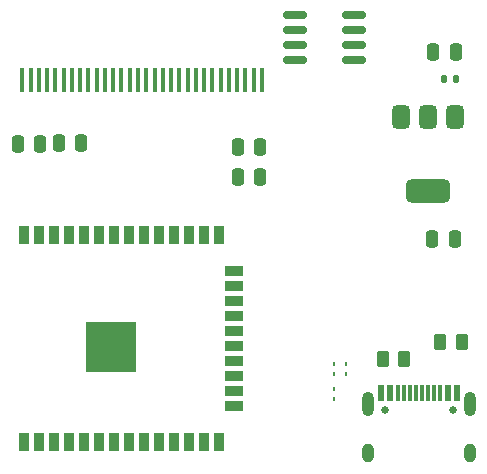
<source format=gbr>
%TF.GenerationSoftware,KiCad,Pcbnew,9.0.2*%
%TF.CreationDate,2025-07-27T17:27:23+05:30*%
%TF.ProjectId,smart_usb,736d6172-745f-4757-9362-2e6b69636164,rev?*%
%TF.SameCoordinates,Original*%
%TF.FileFunction,Soldermask,Top*%
%TF.FilePolarity,Negative*%
%FSLAX46Y46*%
G04 Gerber Fmt 4.6, Leading zero omitted, Abs format (unit mm)*
G04 Created by KiCad (PCBNEW 9.0.2) date 2025-07-27 17:27:23*
%MOMM*%
%LPD*%
G01*
G04 APERTURE LIST*
G04 Aperture macros list*
%AMRoundRect*
0 Rectangle with rounded corners*
0 $1 Rounding radius*
0 $2 $3 $4 $5 $6 $7 $8 $9 X,Y pos of 4 corners*
0 Add a 4 corners polygon primitive as box body*
4,1,4,$2,$3,$4,$5,$6,$7,$8,$9,$2,$3,0*
0 Add four circle primitives for the rounded corners*
1,1,$1+$1,$2,$3*
1,1,$1+$1,$4,$5*
1,1,$1+$1,$6,$7*
1,1,$1+$1,$8,$9*
0 Add four rect primitives between the rounded corners*
20,1,$1+$1,$2,$3,$4,$5,0*
20,1,$1+$1,$4,$5,$6,$7,0*
20,1,$1+$1,$6,$7,$8,$9,0*
20,1,$1+$1,$8,$9,$2,$3,0*%
G04 Aperture macros list end*
%ADD10RoundRect,0.375000X-0.375000X0.625000X-0.375000X-0.625000X0.375000X-0.625000X0.375000X0.625000X0*%
%ADD11RoundRect,0.500000X-1.400000X0.500000X-1.400000X-0.500000X1.400000X-0.500000X1.400000X0.500000X0*%
%ADD12RoundRect,0.250000X-0.250000X-0.475000X0.250000X-0.475000X0.250000X0.475000X-0.250000X0.475000X0*%
%ADD13RoundRect,0.250000X-0.262500X-0.450000X0.262500X-0.450000X0.262500X0.450000X-0.262500X0.450000X0*%
%ADD14C,0.650000*%
%ADD15R,0.600000X1.450000*%
%ADD16R,0.300000X1.450000*%
%ADD17O,1.000000X2.100000*%
%ADD18O,1.000000X1.600000*%
%ADD19RoundRect,0.147500X0.147500X0.172500X-0.147500X0.172500X-0.147500X-0.172500X0.147500X-0.172500X0*%
%ADD20R,0.400000X2.000000*%
%ADD21RoundRect,0.062500X0.062500X-0.117500X0.062500X0.117500X-0.062500X0.117500X-0.062500X-0.117500X0*%
%ADD22RoundRect,0.150000X0.825000X0.150000X-0.825000X0.150000X-0.825000X-0.150000X0.825000X-0.150000X0*%
%ADD23R,0.900000X1.500000*%
%ADD24R,1.500000X0.900000*%
%ADD25C,0.600000*%
%ADD26R,4.200000X4.200000*%
%ADD27RoundRect,0.062500X-0.062500X0.117500X-0.062500X-0.117500X0.062500X-0.117500X0.062500X0.117500X0*%
%ADD28RoundRect,0.250000X0.262500X0.450000X-0.262500X0.450000X-0.262500X-0.450000X0.262500X-0.450000X0*%
G04 APERTURE END LIST*
D10*
%TO.C,U2*%
X221250000Y-61100000D03*
X218950000Y-61100000D03*
D11*
X218950000Y-67400000D03*
D10*
X216650000Y-61100000D03*
%TD*%
D12*
%TO.C,C2*%
X219300000Y-71450000D03*
X221200000Y-71450000D03*
%TD*%
D13*
%TO.C,R2*%
X219987500Y-80200000D03*
X221812500Y-80200000D03*
%TD*%
D14*
%TO.C,J1*%
X215310000Y-85950000D03*
X221090000Y-85950000D03*
D15*
X214950000Y-84505000D03*
X215750000Y-84505000D03*
D16*
X216950000Y-84505000D03*
X217950000Y-84505000D03*
X218450000Y-84505000D03*
X219450000Y-84505000D03*
D15*
X220650000Y-84505000D03*
X221450000Y-84505000D03*
X221450000Y-84505000D03*
X220650000Y-84505000D03*
D16*
X219950000Y-84505000D03*
X218950000Y-84505000D03*
X217450000Y-84505000D03*
X216450000Y-84505000D03*
D15*
X215750000Y-84505000D03*
X214950000Y-84505000D03*
D17*
X213880000Y-85420000D03*
D18*
X213880000Y-89600000D03*
D17*
X222520000Y-85420000D03*
D18*
X222520000Y-89600000D03*
%TD*%
D19*
%TO.C,D1*%
X221285000Y-57900000D03*
X220315000Y-57900000D03*
%TD*%
D12*
%TO.C,C5*%
X202850000Y-63700000D03*
X204750000Y-63700000D03*
%TD*%
D20*
%TO.C,DS1*%
X184600000Y-57995000D03*
X185300000Y-57995000D03*
X186000000Y-57995000D03*
X186700000Y-57995000D03*
X187400000Y-57995000D03*
X188100000Y-57995000D03*
X188800000Y-57995000D03*
X189500000Y-57995000D03*
X190200000Y-57995000D03*
X190900000Y-57995000D03*
X191600000Y-57995000D03*
X192300000Y-57995000D03*
X193000000Y-57995000D03*
X193700000Y-57995000D03*
X194400000Y-57995000D03*
X195100000Y-57995000D03*
X195800000Y-57995000D03*
X196500000Y-57995000D03*
X197200000Y-57995000D03*
X197900000Y-57995000D03*
X198600000Y-57995000D03*
X199300000Y-57995000D03*
X200000000Y-57995000D03*
X200700000Y-57995000D03*
X201400000Y-57995000D03*
X202100000Y-57995000D03*
X202800000Y-57995000D03*
X203500000Y-57995000D03*
X204200000Y-57995000D03*
X204900000Y-57995000D03*
%TD*%
D21*
%TO.C,D4*%
X211000000Y-84152500D03*
X211000000Y-84992500D03*
%TD*%
D22*
%TO.C,U1*%
X212675000Y-56305000D03*
X212675000Y-55035000D03*
X212675000Y-53765000D03*
X212675000Y-52495000D03*
X207725000Y-52495000D03*
X207725000Y-53765000D03*
X207725000Y-55035000D03*
X207725000Y-56305000D03*
%TD*%
D23*
%TO.C,U3*%
X184735000Y-88645000D03*
X186005000Y-88645000D03*
X187275000Y-88645000D03*
X188545000Y-88645000D03*
X189815000Y-88645000D03*
X191085000Y-88645000D03*
X192355000Y-88645000D03*
X193625000Y-88645000D03*
X194895000Y-88645000D03*
X196165000Y-88645000D03*
X197435000Y-88645000D03*
X198705000Y-88645000D03*
X199975000Y-88645000D03*
X201245000Y-88645000D03*
D24*
X202495000Y-85605000D03*
X202495000Y-84335000D03*
X202495000Y-83065000D03*
X202495000Y-81795000D03*
X202495000Y-80525000D03*
X202495000Y-79255000D03*
X202495000Y-77985000D03*
X202495000Y-76715000D03*
X202495000Y-75445000D03*
X202495000Y-74175000D03*
D23*
X201245000Y-71145000D03*
X199975000Y-71145000D03*
X198705000Y-71145000D03*
X197435000Y-71145000D03*
X196165000Y-71145000D03*
X194895000Y-71145000D03*
X193625000Y-71145000D03*
X192355000Y-71145000D03*
X191085000Y-71145000D03*
X189815000Y-71145000D03*
X188545000Y-71145000D03*
X187275000Y-71145000D03*
X186005000Y-71145000D03*
X184735000Y-71145000D03*
D25*
X191312500Y-82100000D03*
X192837500Y-82100000D03*
X190550000Y-81337500D03*
X192075000Y-81337500D03*
X193600000Y-81337500D03*
X191312500Y-80575000D03*
D26*
X192075000Y-80575000D03*
D25*
X192837500Y-80575000D03*
X190550000Y-79812500D03*
X192075000Y-79812500D03*
X193600000Y-79812500D03*
X191312500Y-79050000D03*
X192837500Y-79050000D03*
%TD*%
D27*
%TO.C,D3*%
X211000000Y-82847500D03*
X211000000Y-82007500D03*
%TD*%
D12*
%TO.C,R3*%
X202850000Y-66200000D03*
X204750000Y-66200000D03*
%TD*%
D27*
%TO.C,D2*%
X212050000Y-82847500D03*
X212050000Y-82007500D03*
%TD*%
D12*
%TO.C,C3*%
X184200000Y-63400000D03*
X186100000Y-63400000D03*
%TD*%
D28*
%TO.C,R1*%
X216962500Y-81600000D03*
X215137500Y-81600000D03*
%TD*%
D12*
%TO.C,C4*%
X187700000Y-63300000D03*
X189600000Y-63300000D03*
%TD*%
%TO.C,C1*%
X219400000Y-55600000D03*
X221300000Y-55600000D03*
%TD*%
M02*

</source>
